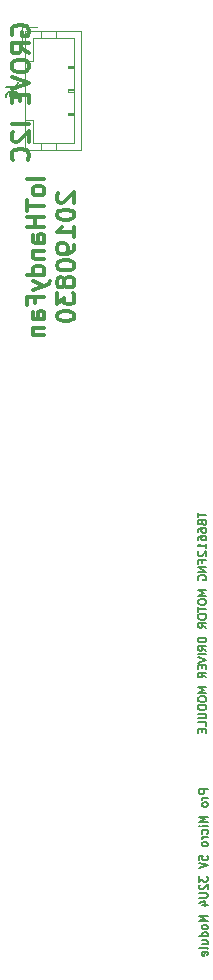
<source format=gbr>
G04 #@! TF.GenerationSoftware,KiCad,Pcbnew,5.1.2-f72e74a~84~ubuntu18.04.1*
G04 #@! TF.CreationDate,2019-08-30T12:47:12+08:00*
G04 #@! TF.ProjectId,handyfan,68616e64-7966-4616-9e2e-6b696361645f,rev?*
G04 #@! TF.SameCoordinates,Original*
G04 #@! TF.FileFunction,Legend,Bot*
G04 #@! TF.FilePolarity,Positive*
%FSLAX46Y46*%
G04 Gerber Fmt 4.6, Leading zero omitted, Abs format (unit mm)*
G04 Created by KiCad (PCBNEW 5.1.2-f72e74a~84~ubuntu18.04.1) date 2019-08-30 12:47:12*
%MOMM*%
%LPD*%
G04 APERTURE LIST*
%ADD10C,0.175000*%
%ADD11C,0.300000*%
%ADD12C,0.120000*%
%ADD13C,0.150000*%
G04 APERTURE END LIST*
D10*
X105816666Y-130183333D02*
X105116666Y-130183333D01*
X105116666Y-130450000D01*
X105150000Y-130516666D01*
X105183333Y-130550000D01*
X105250000Y-130583333D01*
X105350000Y-130583333D01*
X105416666Y-130550000D01*
X105450000Y-130516666D01*
X105483333Y-130450000D01*
X105483333Y-130183333D01*
X105816666Y-130883333D02*
X105350000Y-130883333D01*
X105483333Y-130883333D02*
X105416666Y-130916666D01*
X105383333Y-130950000D01*
X105350000Y-131016666D01*
X105350000Y-131083333D01*
X105816666Y-131416666D02*
X105783333Y-131350000D01*
X105750000Y-131316666D01*
X105683333Y-131283333D01*
X105483333Y-131283333D01*
X105416666Y-131316666D01*
X105383333Y-131350000D01*
X105350000Y-131416666D01*
X105350000Y-131516666D01*
X105383333Y-131583333D01*
X105416666Y-131616666D01*
X105483333Y-131650000D01*
X105683333Y-131650000D01*
X105750000Y-131616666D01*
X105783333Y-131583333D01*
X105816666Y-131516666D01*
X105816666Y-131416666D01*
X105816666Y-132483333D02*
X105116666Y-132483333D01*
X105616666Y-132716666D01*
X105116666Y-132950000D01*
X105816666Y-132950000D01*
X105816666Y-133283333D02*
X105350000Y-133283333D01*
X105116666Y-133283333D02*
X105150000Y-133250000D01*
X105183333Y-133283333D01*
X105150000Y-133316666D01*
X105116666Y-133283333D01*
X105183333Y-133283333D01*
X105783333Y-133916666D02*
X105816666Y-133850000D01*
X105816666Y-133716666D01*
X105783333Y-133650000D01*
X105750000Y-133616666D01*
X105683333Y-133583333D01*
X105483333Y-133583333D01*
X105416666Y-133616666D01*
X105383333Y-133650000D01*
X105350000Y-133716666D01*
X105350000Y-133850000D01*
X105383333Y-133916666D01*
X105816666Y-134216666D02*
X105350000Y-134216666D01*
X105483333Y-134216666D02*
X105416666Y-134250000D01*
X105383333Y-134283333D01*
X105350000Y-134350000D01*
X105350000Y-134416666D01*
X105816666Y-134750000D02*
X105783333Y-134683333D01*
X105750000Y-134650000D01*
X105683333Y-134616666D01*
X105483333Y-134616666D01*
X105416666Y-134650000D01*
X105383333Y-134683333D01*
X105350000Y-134750000D01*
X105350000Y-134850000D01*
X105383333Y-134916666D01*
X105416666Y-134950000D01*
X105483333Y-134983333D01*
X105683333Y-134983333D01*
X105750000Y-134950000D01*
X105783333Y-134916666D01*
X105816666Y-134850000D01*
X105816666Y-134750000D01*
X105116666Y-136150000D02*
X105116666Y-135816666D01*
X105450000Y-135783333D01*
X105416666Y-135816666D01*
X105383333Y-135883333D01*
X105383333Y-136050000D01*
X105416666Y-136116666D01*
X105450000Y-136150000D01*
X105516666Y-136183333D01*
X105683333Y-136183333D01*
X105750000Y-136150000D01*
X105783333Y-136116666D01*
X105816666Y-136050000D01*
X105816666Y-135883333D01*
X105783333Y-135816666D01*
X105750000Y-135783333D01*
X105116666Y-136383333D02*
X105816666Y-136616666D01*
X105116666Y-136850000D01*
X105116666Y-137550000D02*
X105116666Y-137983333D01*
X105383333Y-137750000D01*
X105383333Y-137850000D01*
X105416666Y-137916666D01*
X105450000Y-137950000D01*
X105516666Y-137983333D01*
X105683333Y-137983333D01*
X105750000Y-137950000D01*
X105783333Y-137916666D01*
X105816666Y-137850000D01*
X105816666Y-137650000D01*
X105783333Y-137583333D01*
X105750000Y-137550000D01*
X105183333Y-138250000D02*
X105150000Y-138283333D01*
X105116666Y-138350000D01*
X105116666Y-138516666D01*
X105150000Y-138583333D01*
X105183333Y-138616666D01*
X105250000Y-138650000D01*
X105316666Y-138650000D01*
X105416666Y-138616666D01*
X105816666Y-138216666D01*
X105816666Y-138650000D01*
X105116666Y-138950000D02*
X105683333Y-138950000D01*
X105750000Y-138983333D01*
X105783333Y-139016666D01*
X105816666Y-139083333D01*
X105816666Y-139216666D01*
X105783333Y-139283333D01*
X105750000Y-139316666D01*
X105683333Y-139350000D01*
X105116666Y-139350000D01*
X105350000Y-139983333D02*
X105816666Y-139983333D01*
X105083333Y-139816666D02*
X105583333Y-139650000D01*
X105583333Y-140083333D01*
X105816666Y-140883333D02*
X105116666Y-140883333D01*
X105616666Y-141116666D01*
X105116666Y-141350000D01*
X105816666Y-141350000D01*
X105816666Y-141783333D02*
X105783333Y-141716666D01*
X105750000Y-141683333D01*
X105683333Y-141650000D01*
X105483333Y-141650000D01*
X105416666Y-141683333D01*
X105383333Y-141716666D01*
X105350000Y-141783333D01*
X105350000Y-141883333D01*
X105383333Y-141950000D01*
X105416666Y-141983333D01*
X105483333Y-142016666D01*
X105683333Y-142016666D01*
X105750000Y-141983333D01*
X105783333Y-141950000D01*
X105816666Y-141883333D01*
X105816666Y-141783333D01*
X105816666Y-142616666D02*
X105116666Y-142616666D01*
X105783333Y-142616666D02*
X105816666Y-142550000D01*
X105816666Y-142416666D01*
X105783333Y-142350000D01*
X105750000Y-142316666D01*
X105683333Y-142283333D01*
X105483333Y-142283333D01*
X105416666Y-142316666D01*
X105383333Y-142350000D01*
X105350000Y-142416666D01*
X105350000Y-142550000D01*
X105383333Y-142616666D01*
X105350000Y-143250000D02*
X105816666Y-143250000D01*
X105350000Y-142950000D02*
X105716666Y-142950000D01*
X105783333Y-142983333D01*
X105816666Y-143050000D01*
X105816666Y-143150000D01*
X105783333Y-143216666D01*
X105750000Y-143250000D01*
X105816666Y-143683333D02*
X105783333Y-143616666D01*
X105716666Y-143583333D01*
X105116666Y-143583333D01*
X105783333Y-144216666D02*
X105816666Y-144150000D01*
X105816666Y-144016666D01*
X105783333Y-143950000D01*
X105716666Y-143916666D01*
X105450000Y-143916666D01*
X105383333Y-143950000D01*
X105350000Y-144016666D01*
X105350000Y-144150000D01*
X105383333Y-144216666D01*
X105450000Y-144250000D01*
X105516666Y-144250000D01*
X105583333Y-143916666D01*
X105016666Y-106733333D02*
X105016666Y-107133333D01*
X105716666Y-106933333D02*
X105016666Y-106933333D01*
X105350000Y-107600000D02*
X105383333Y-107700000D01*
X105416666Y-107733333D01*
X105483333Y-107766666D01*
X105583333Y-107766666D01*
X105650000Y-107733333D01*
X105683333Y-107700000D01*
X105716666Y-107633333D01*
X105716666Y-107366666D01*
X105016666Y-107366666D01*
X105016666Y-107600000D01*
X105050000Y-107666666D01*
X105083333Y-107700000D01*
X105150000Y-107733333D01*
X105216666Y-107733333D01*
X105283333Y-107700000D01*
X105316666Y-107666666D01*
X105350000Y-107600000D01*
X105350000Y-107366666D01*
X105016666Y-108366666D02*
X105016666Y-108233333D01*
X105050000Y-108166666D01*
X105083333Y-108133333D01*
X105183333Y-108066666D01*
X105316666Y-108033333D01*
X105583333Y-108033333D01*
X105650000Y-108066666D01*
X105683333Y-108100000D01*
X105716666Y-108166666D01*
X105716666Y-108300000D01*
X105683333Y-108366666D01*
X105650000Y-108400000D01*
X105583333Y-108433333D01*
X105416666Y-108433333D01*
X105350000Y-108400000D01*
X105316666Y-108366666D01*
X105283333Y-108300000D01*
X105283333Y-108166666D01*
X105316666Y-108100000D01*
X105350000Y-108066666D01*
X105416666Y-108033333D01*
X105016666Y-109033333D02*
X105016666Y-108900000D01*
X105050000Y-108833333D01*
X105083333Y-108800000D01*
X105183333Y-108733333D01*
X105316666Y-108700000D01*
X105583333Y-108700000D01*
X105650000Y-108733333D01*
X105683333Y-108766666D01*
X105716666Y-108833333D01*
X105716666Y-108966666D01*
X105683333Y-109033333D01*
X105650000Y-109066666D01*
X105583333Y-109100000D01*
X105416666Y-109100000D01*
X105350000Y-109066666D01*
X105316666Y-109033333D01*
X105283333Y-108966666D01*
X105283333Y-108833333D01*
X105316666Y-108766666D01*
X105350000Y-108733333D01*
X105416666Y-108700000D01*
X105716666Y-109766666D02*
X105716666Y-109366666D01*
X105716666Y-109566666D02*
X105016666Y-109566666D01*
X105116666Y-109500000D01*
X105183333Y-109433333D01*
X105216666Y-109366666D01*
X105083333Y-110033333D02*
X105050000Y-110066666D01*
X105016666Y-110133333D01*
X105016666Y-110300000D01*
X105050000Y-110366666D01*
X105083333Y-110400000D01*
X105150000Y-110433333D01*
X105216666Y-110433333D01*
X105316666Y-110400000D01*
X105716666Y-110000000D01*
X105716666Y-110433333D01*
X105350000Y-110966666D02*
X105350000Y-110733333D01*
X105716666Y-110733333D02*
X105016666Y-110733333D01*
X105016666Y-111066666D01*
X105716666Y-111333333D02*
X105016666Y-111333333D01*
X105716666Y-111733333D01*
X105016666Y-111733333D01*
X105050000Y-112433333D02*
X105016666Y-112366666D01*
X105016666Y-112266666D01*
X105050000Y-112166666D01*
X105116666Y-112100000D01*
X105183333Y-112066666D01*
X105316666Y-112033333D01*
X105416666Y-112033333D01*
X105550000Y-112066666D01*
X105616666Y-112100000D01*
X105683333Y-112166666D01*
X105716666Y-112266666D01*
X105716666Y-112333333D01*
X105683333Y-112433333D01*
X105650000Y-112466666D01*
X105416666Y-112466666D01*
X105416666Y-112333333D01*
X105716666Y-113300000D02*
X105016666Y-113300000D01*
X105516666Y-113533333D01*
X105016666Y-113766666D01*
X105716666Y-113766666D01*
X105016666Y-114233333D02*
X105016666Y-114366666D01*
X105050000Y-114433333D01*
X105116666Y-114500000D01*
X105250000Y-114533333D01*
X105483333Y-114533333D01*
X105616666Y-114500000D01*
X105683333Y-114433333D01*
X105716666Y-114366666D01*
X105716666Y-114233333D01*
X105683333Y-114166666D01*
X105616666Y-114100000D01*
X105483333Y-114066666D01*
X105250000Y-114066666D01*
X105116666Y-114100000D01*
X105050000Y-114166666D01*
X105016666Y-114233333D01*
X105016666Y-114733333D02*
X105016666Y-115133333D01*
X105716666Y-114933333D02*
X105016666Y-114933333D01*
X105016666Y-115500000D02*
X105016666Y-115633333D01*
X105050000Y-115700000D01*
X105116666Y-115766666D01*
X105250000Y-115800000D01*
X105483333Y-115800000D01*
X105616666Y-115766666D01*
X105683333Y-115700000D01*
X105716666Y-115633333D01*
X105716666Y-115500000D01*
X105683333Y-115433333D01*
X105616666Y-115366666D01*
X105483333Y-115333333D01*
X105250000Y-115333333D01*
X105116666Y-115366666D01*
X105050000Y-115433333D01*
X105016666Y-115500000D01*
X105716666Y-116500000D02*
X105383333Y-116266666D01*
X105716666Y-116100000D02*
X105016666Y-116100000D01*
X105016666Y-116366666D01*
X105050000Y-116433333D01*
X105083333Y-116466666D01*
X105150000Y-116500000D01*
X105250000Y-116500000D01*
X105316666Y-116466666D01*
X105350000Y-116433333D01*
X105383333Y-116366666D01*
X105383333Y-116100000D01*
X105716666Y-117333333D02*
X105016666Y-117333333D01*
X105016666Y-117500000D01*
X105050000Y-117600000D01*
X105116666Y-117666666D01*
X105183333Y-117700000D01*
X105316666Y-117733333D01*
X105416666Y-117733333D01*
X105550000Y-117700000D01*
X105616666Y-117666666D01*
X105683333Y-117600000D01*
X105716666Y-117500000D01*
X105716666Y-117333333D01*
X105716666Y-118433333D02*
X105383333Y-118200000D01*
X105716666Y-118033333D02*
X105016666Y-118033333D01*
X105016666Y-118300000D01*
X105050000Y-118366666D01*
X105083333Y-118400000D01*
X105150000Y-118433333D01*
X105250000Y-118433333D01*
X105316666Y-118400000D01*
X105350000Y-118366666D01*
X105383333Y-118300000D01*
X105383333Y-118033333D01*
X105716666Y-118733333D02*
X105016666Y-118733333D01*
X105016666Y-118966666D02*
X105716666Y-119200000D01*
X105016666Y-119433333D01*
X105350000Y-119666666D02*
X105350000Y-119900000D01*
X105716666Y-120000000D02*
X105716666Y-119666666D01*
X105016666Y-119666666D01*
X105016666Y-120000000D01*
X105716666Y-120700000D02*
X105383333Y-120466666D01*
X105716666Y-120300000D02*
X105016666Y-120300000D01*
X105016666Y-120566666D01*
X105050000Y-120633333D01*
X105083333Y-120666666D01*
X105150000Y-120700000D01*
X105250000Y-120700000D01*
X105316666Y-120666666D01*
X105350000Y-120633333D01*
X105383333Y-120566666D01*
X105383333Y-120300000D01*
X105716666Y-121533333D02*
X105016666Y-121533333D01*
X105516666Y-121766666D01*
X105016666Y-122000000D01*
X105716666Y-122000000D01*
X105016666Y-122466666D02*
X105016666Y-122600000D01*
X105050000Y-122666666D01*
X105116666Y-122733333D01*
X105250000Y-122766666D01*
X105483333Y-122766666D01*
X105616666Y-122733333D01*
X105683333Y-122666666D01*
X105716666Y-122600000D01*
X105716666Y-122466666D01*
X105683333Y-122400000D01*
X105616666Y-122333333D01*
X105483333Y-122300000D01*
X105250000Y-122300000D01*
X105116666Y-122333333D01*
X105050000Y-122400000D01*
X105016666Y-122466666D01*
X105716666Y-123066666D02*
X105016666Y-123066666D01*
X105016666Y-123233333D01*
X105050000Y-123333333D01*
X105116666Y-123400000D01*
X105183333Y-123433333D01*
X105316666Y-123466666D01*
X105416666Y-123466666D01*
X105550000Y-123433333D01*
X105616666Y-123400000D01*
X105683333Y-123333333D01*
X105716666Y-123233333D01*
X105716666Y-123066666D01*
X105016666Y-123766666D02*
X105583333Y-123766666D01*
X105650000Y-123800000D01*
X105683333Y-123833333D01*
X105716666Y-123900000D01*
X105716666Y-124033333D01*
X105683333Y-124100000D01*
X105650000Y-124133333D01*
X105583333Y-124166666D01*
X105016666Y-124166666D01*
X105716666Y-124833333D02*
X105716666Y-124500000D01*
X105016666Y-124500000D01*
X105350000Y-125066666D02*
X105350000Y-125300000D01*
X105716666Y-125400000D02*
X105716666Y-125066666D01*
X105016666Y-125066666D01*
X105016666Y-125400000D01*
D11*
X92003571Y-78457142D02*
X90503571Y-78457142D01*
X92003571Y-79385714D02*
X91932142Y-79242857D01*
X91860714Y-79171428D01*
X91717857Y-79100000D01*
X91289285Y-79100000D01*
X91146428Y-79171428D01*
X91075000Y-79242857D01*
X91003571Y-79385714D01*
X91003571Y-79600000D01*
X91075000Y-79742857D01*
X91146428Y-79814285D01*
X91289285Y-79885714D01*
X91717857Y-79885714D01*
X91860714Y-79814285D01*
X91932142Y-79742857D01*
X92003571Y-79600000D01*
X92003571Y-79385714D01*
X90503571Y-80314285D02*
X90503571Y-81171428D01*
X92003571Y-80742857D02*
X90503571Y-80742857D01*
X92003571Y-81671428D02*
X90503571Y-81671428D01*
X91217857Y-81671428D02*
X91217857Y-82528571D01*
X92003571Y-82528571D02*
X90503571Y-82528571D01*
X92003571Y-83885714D02*
X91217857Y-83885714D01*
X91075000Y-83814285D01*
X91003571Y-83671428D01*
X91003571Y-83385714D01*
X91075000Y-83242857D01*
X91932142Y-83885714D02*
X92003571Y-83742857D01*
X92003571Y-83385714D01*
X91932142Y-83242857D01*
X91789285Y-83171428D01*
X91646428Y-83171428D01*
X91503571Y-83242857D01*
X91432142Y-83385714D01*
X91432142Y-83742857D01*
X91360714Y-83885714D01*
X91003571Y-84600000D02*
X92003571Y-84600000D01*
X91146428Y-84600000D02*
X91075000Y-84671428D01*
X91003571Y-84814285D01*
X91003571Y-85028571D01*
X91075000Y-85171428D01*
X91217857Y-85242857D01*
X92003571Y-85242857D01*
X92003571Y-86600000D02*
X90503571Y-86600000D01*
X91932142Y-86600000D02*
X92003571Y-86457142D01*
X92003571Y-86171428D01*
X91932142Y-86028571D01*
X91860714Y-85957142D01*
X91717857Y-85885714D01*
X91289285Y-85885714D01*
X91146428Y-85957142D01*
X91075000Y-86028571D01*
X91003571Y-86171428D01*
X91003571Y-86457142D01*
X91075000Y-86600000D01*
X91003571Y-87171428D02*
X92003571Y-87528571D01*
X91003571Y-87885714D02*
X92003571Y-87528571D01*
X92360714Y-87385714D01*
X92432142Y-87314285D01*
X92503571Y-87171428D01*
X91217857Y-88957142D02*
X91217857Y-88457142D01*
X92003571Y-88457142D02*
X90503571Y-88457142D01*
X90503571Y-89171428D01*
X92003571Y-90385714D02*
X91217857Y-90385714D01*
X91075000Y-90314285D01*
X91003571Y-90171428D01*
X91003571Y-89885714D01*
X91075000Y-89742857D01*
X91932142Y-90385714D02*
X92003571Y-90242857D01*
X92003571Y-89885714D01*
X91932142Y-89742857D01*
X91789285Y-89671428D01*
X91646428Y-89671428D01*
X91503571Y-89742857D01*
X91432142Y-89885714D01*
X91432142Y-90242857D01*
X91360714Y-90385714D01*
X91003571Y-91100000D02*
X92003571Y-91100000D01*
X91146428Y-91100000D02*
X91075000Y-91171428D01*
X91003571Y-91314285D01*
X91003571Y-91528571D01*
X91075000Y-91671428D01*
X91217857Y-91742857D01*
X92003571Y-91742857D01*
X93196428Y-79671428D02*
X93125000Y-79742857D01*
X93053571Y-79885714D01*
X93053571Y-80242857D01*
X93125000Y-80385714D01*
X93196428Y-80457142D01*
X93339285Y-80528571D01*
X93482142Y-80528571D01*
X93696428Y-80457142D01*
X94553571Y-79600000D01*
X94553571Y-80528571D01*
X93053571Y-81457142D02*
X93053571Y-81600000D01*
X93125000Y-81742857D01*
X93196428Y-81814285D01*
X93339285Y-81885714D01*
X93625000Y-81957142D01*
X93982142Y-81957142D01*
X94267857Y-81885714D01*
X94410714Y-81814285D01*
X94482142Y-81742857D01*
X94553571Y-81600000D01*
X94553571Y-81457142D01*
X94482142Y-81314285D01*
X94410714Y-81242857D01*
X94267857Y-81171428D01*
X93982142Y-81100000D01*
X93625000Y-81100000D01*
X93339285Y-81171428D01*
X93196428Y-81242857D01*
X93125000Y-81314285D01*
X93053571Y-81457142D01*
X94553571Y-83385714D02*
X94553571Y-82528571D01*
X94553571Y-82957142D02*
X93053571Y-82957142D01*
X93267857Y-82814285D01*
X93410714Y-82671428D01*
X93482142Y-82528571D01*
X94553571Y-84100000D02*
X94553571Y-84385714D01*
X94482142Y-84528571D01*
X94410714Y-84600000D01*
X94196428Y-84742857D01*
X93910714Y-84814285D01*
X93339285Y-84814285D01*
X93196428Y-84742857D01*
X93125000Y-84671428D01*
X93053571Y-84528571D01*
X93053571Y-84242857D01*
X93125000Y-84100000D01*
X93196428Y-84028571D01*
X93339285Y-83957142D01*
X93696428Y-83957142D01*
X93839285Y-84028571D01*
X93910714Y-84100000D01*
X93982142Y-84242857D01*
X93982142Y-84528571D01*
X93910714Y-84671428D01*
X93839285Y-84742857D01*
X93696428Y-84814285D01*
X93053571Y-85742857D02*
X93053571Y-85885714D01*
X93125000Y-86028571D01*
X93196428Y-86100000D01*
X93339285Y-86171428D01*
X93625000Y-86242857D01*
X93982142Y-86242857D01*
X94267857Y-86171428D01*
X94410714Y-86100000D01*
X94482142Y-86028571D01*
X94553571Y-85885714D01*
X94553571Y-85742857D01*
X94482142Y-85600000D01*
X94410714Y-85528571D01*
X94267857Y-85457142D01*
X93982142Y-85385714D01*
X93625000Y-85385714D01*
X93339285Y-85457142D01*
X93196428Y-85528571D01*
X93125000Y-85600000D01*
X93053571Y-85742857D01*
X93696428Y-87100000D02*
X93625000Y-86957142D01*
X93553571Y-86885714D01*
X93410714Y-86814285D01*
X93339285Y-86814285D01*
X93196428Y-86885714D01*
X93125000Y-86957142D01*
X93053571Y-87100000D01*
X93053571Y-87385714D01*
X93125000Y-87528571D01*
X93196428Y-87600000D01*
X93339285Y-87671428D01*
X93410714Y-87671428D01*
X93553571Y-87600000D01*
X93625000Y-87528571D01*
X93696428Y-87385714D01*
X93696428Y-87100000D01*
X93767857Y-86957142D01*
X93839285Y-86885714D01*
X93982142Y-86814285D01*
X94267857Y-86814285D01*
X94410714Y-86885714D01*
X94482142Y-86957142D01*
X94553571Y-87100000D01*
X94553571Y-87385714D01*
X94482142Y-87528571D01*
X94410714Y-87600000D01*
X94267857Y-87671428D01*
X93982142Y-87671428D01*
X93839285Y-87600000D01*
X93767857Y-87528571D01*
X93696428Y-87385714D01*
X93053571Y-88171428D02*
X93053571Y-89100000D01*
X93625000Y-88600000D01*
X93625000Y-88814285D01*
X93696428Y-88957142D01*
X93767857Y-89028571D01*
X93910714Y-89100000D01*
X94267857Y-89100000D01*
X94410714Y-89028571D01*
X94482142Y-88957142D01*
X94553571Y-88814285D01*
X94553571Y-88385714D01*
X94482142Y-88242857D01*
X94410714Y-88171428D01*
X93053571Y-90028571D02*
X93053571Y-90171428D01*
X93125000Y-90314285D01*
X93196428Y-90385714D01*
X93339285Y-90457142D01*
X93625000Y-90528571D01*
X93982142Y-90528571D01*
X94267857Y-90457142D01*
X94410714Y-90385714D01*
X94482142Y-90314285D01*
X94553571Y-90171428D01*
X94553571Y-90028571D01*
X94482142Y-89885714D01*
X94410714Y-89814285D01*
X94267857Y-89742857D01*
X93982142Y-89671428D01*
X93625000Y-89671428D01*
X93339285Y-89742857D01*
X93196428Y-89814285D01*
X93125000Y-89885714D01*
X93053571Y-90028571D01*
X89300000Y-66292857D02*
X89228571Y-66150000D01*
X89228571Y-65935714D01*
X89300000Y-65721428D01*
X89442857Y-65578571D01*
X89585714Y-65507142D01*
X89871428Y-65435714D01*
X90085714Y-65435714D01*
X90371428Y-65507142D01*
X90514285Y-65578571D01*
X90657142Y-65721428D01*
X90728571Y-65935714D01*
X90728571Y-66078571D01*
X90657142Y-66292857D01*
X90585714Y-66364285D01*
X90085714Y-66364285D01*
X90085714Y-66078571D01*
X90728571Y-67864285D02*
X90014285Y-67364285D01*
X90728571Y-67007142D02*
X89228571Y-67007142D01*
X89228571Y-67578571D01*
X89300000Y-67721428D01*
X89371428Y-67792857D01*
X89514285Y-67864285D01*
X89728571Y-67864285D01*
X89871428Y-67792857D01*
X89942857Y-67721428D01*
X90014285Y-67578571D01*
X90014285Y-67007142D01*
X89228571Y-68792857D02*
X89228571Y-69078571D01*
X89300000Y-69221428D01*
X89442857Y-69364285D01*
X89728571Y-69435714D01*
X90228571Y-69435714D01*
X90514285Y-69364285D01*
X90657142Y-69221428D01*
X90728571Y-69078571D01*
X90728571Y-68792857D01*
X90657142Y-68650000D01*
X90514285Y-68507142D01*
X90228571Y-68435714D01*
X89728571Y-68435714D01*
X89442857Y-68507142D01*
X89300000Y-68650000D01*
X89228571Y-68792857D01*
X89228571Y-69864285D02*
X90728571Y-70364285D01*
X89228571Y-70864285D01*
X89942857Y-71364285D02*
X89942857Y-71864285D01*
X90728571Y-72078571D02*
X90728571Y-71364285D01*
X89228571Y-71364285D01*
X89228571Y-72078571D01*
X90728571Y-73864285D02*
X89228571Y-73864285D01*
X89371428Y-74507142D02*
X89300000Y-74578571D01*
X89228571Y-74721428D01*
X89228571Y-75078571D01*
X89300000Y-75221428D01*
X89371428Y-75292857D01*
X89514285Y-75364285D01*
X89657142Y-75364285D01*
X89871428Y-75292857D01*
X90728571Y-74435714D01*
X90728571Y-75364285D01*
X90585714Y-76864285D02*
X90657142Y-76792857D01*
X90728571Y-76578571D01*
X90728571Y-76435714D01*
X90657142Y-76221428D01*
X90514285Y-76078571D01*
X90371428Y-76007142D01*
X90085714Y-75935714D01*
X89871428Y-75935714D01*
X89585714Y-76007142D01*
X89442857Y-76078571D01*
X89300000Y-76221428D01*
X89228571Y-76435714D01*
X89228571Y-76578571D01*
X89300000Y-76792857D01*
X89371428Y-76864285D01*
D12*
X90390000Y-65940000D02*
X95110000Y-65940000D01*
X95110000Y-65940000D02*
X95110000Y-76060000D01*
X95110000Y-76060000D02*
X90390000Y-76060000D01*
X90390000Y-76060000D02*
X90390000Y-65940000D01*
X90390000Y-67700000D02*
X90190000Y-67700000D01*
X90190000Y-67700000D02*
X90190000Y-67400000D01*
X90190000Y-67400000D02*
X90390000Y-67400000D01*
X90290000Y-67700000D02*
X90290000Y-67400000D01*
X90390000Y-68500000D02*
X91000000Y-68500000D01*
X91000000Y-68500000D02*
X91000000Y-66550000D01*
X91000000Y-66550000D02*
X94500000Y-66550000D01*
X94500000Y-66550000D02*
X94500000Y-75450000D01*
X94500000Y-75450000D02*
X91000000Y-75450000D01*
X91000000Y-75450000D02*
X91000000Y-73500000D01*
X91000000Y-73500000D02*
X90390000Y-73500000D01*
X91700000Y-65940000D02*
X91700000Y-66550000D01*
X93000000Y-65940000D02*
X93000000Y-66550000D01*
X91700000Y-76060000D02*
X91700000Y-75450000D01*
X93000000Y-76060000D02*
X93000000Y-75450000D01*
X94500000Y-68900000D02*
X94000000Y-68900000D01*
X94000000Y-68900000D02*
X94000000Y-69100000D01*
X94000000Y-69100000D02*
X94500000Y-69100000D01*
X94500000Y-69000000D02*
X94000000Y-69000000D01*
X94500000Y-70900000D02*
X94000000Y-70900000D01*
X94000000Y-70900000D02*
X94000000Y-71100000D01*
X94000000Y-71100000D02*
X94500000Y-71100000D01*
X94500000Y-71000000D02*
X94000000Y-71000000D01*
X94500000Y-72900000D02*
X94000000Y-72900000D01*
X94000000Y-72900000D02*
X94000000Y-73100000D01*
X94000000Y-73100000D02*
X94500000Y-73100000D01*
X94500000Y-73000000D02*
X94000000Y-73000000D01*
X90090000Y-66890000D02*
X90090000Y-65640000D01*
X90090000Y-65640000D02*
X91340000Y-65640000D01*
D13*
X88752380Y-70666666D02*
X89466666Y-70666666D01*
X89609523Y-70619047D01*
X89704761Y-70523809D01*
X89752380Y-70380952D01*
X89752380Y-70285714D01*
X88752380Y-71571428D02*
X88752380Y-71380952D01*
X88800000Y-71285714D01*
X88847619Y-71238095D01*
X88990476Y-71142857D01*
X89180952Y-71095238D01*
X89561904Y-71095238D01*
X89657142Y-71142857D01*
X89704761Y-71190476D01*
X89752380Y-71285714D01*
X89752380Y-71476190D01*
X89704761Y-71571428D01*
X89657142Y-71619047D01*
X89561904Y-71666666D01*
X89323809Y-71666666D01*
X89228571Y-71619047D01*
X89180952Y-71571428D01*
X89133333Y-71476190D01*
X89133333Y-71285714D01*
X89180952Y-71190476D01*
X89228571Y-71142857D01*
X89323809Y-71095238D01*
M02*

</source>
